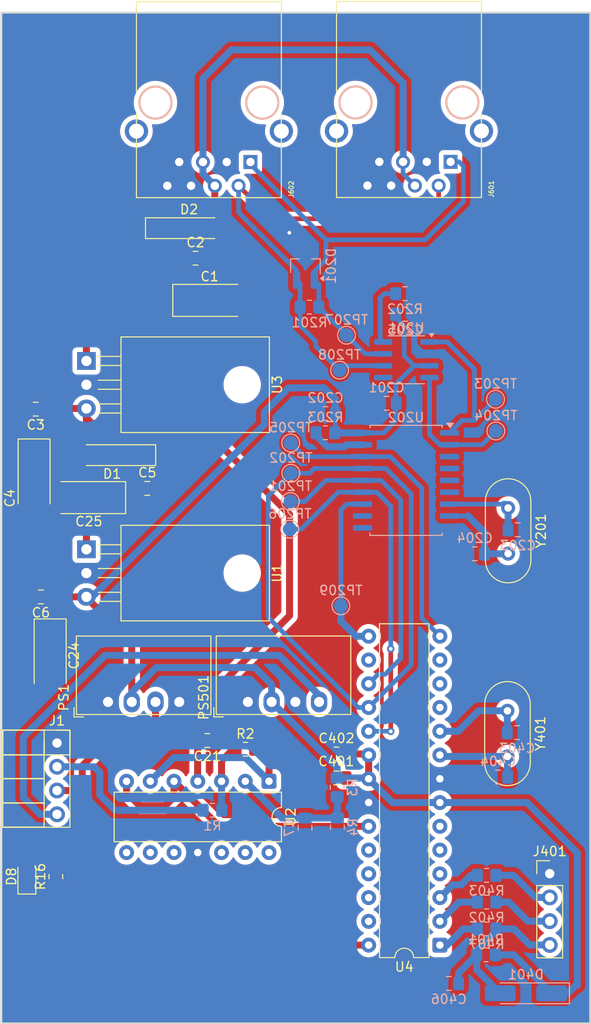
<source format=kicad_pcb>
(kicad_pcb (version 20241229) (generator "pcbnew") (generator_version "9.0")
  (layers (0 "F.Cu" signal) (2 "B.Cu" signal) (13 "F.Paste" user) (15 "B.Paste" user) (5 "F.SilkS" user "F.Silkscreen") (7 "B.SilkS" user "B.Silkscreen") (1 "F.Mask" user) (3 "B.Mask" user) (25 "Edge.Cuts" user))
  (net 0 "")
  (net 1 "Net-(D2-K)")
  (net 2 "GND")
  (net 3 "+12V")
  (net 4 "Net-(D1-K)")
  (net 5 "+5V")
  (net 6 "+1,67V")
  (net 7 "Net-(U202-OSC2)")
  (net 8 "Net-(U202-OSC1)")
  (net 9 "Net-(U4-XTAL2{slash}PB7)")
  (net 10 "Net-(U4-XTAL1{slash}PB6)")
  (net 11 "/MCU/RESET")
  (net 12 "/CANBUS CONN/CAN_18V")
  (net 13 "/CANBUS CONN/CAN_L")
  (net 14 "/CANBUS CONN/CAN_H")
  (net 15 "Net-(J401-Pin_2)")
  (net 16 "Net-(J401-Pin_3)")
  (net 17 "+15V")
  (net 18 "-15V")
  (net 19 "Net-(U2A-+)")
  (net 20 "/Analog/OUT")
  (net 21 "/Analog/S")
  (net 22 "Net-(U201-STBY)")
  (net 23 "Net-(U202-~{RESET})")
  (net 24 "/MCU/USART_RX")
  (net 25 "/MCU/USART_TX")
  (net 26 "Net-(U4-~{RESET}{slash}PC6)")
  (net 27 "/MCU/SPI_MOSI")
  (net 28 "/MCU/SPI_MISO")
  (net 29 "/CANBUS/TXCAN")
  (net 30 "/CANBUS/RXCAN")
  (net 31 "/MCU/MCP_SS")
  (net 32 "/MCU/SPI_SCK")
  (net 33 "/MCU/MCP_INT")
  (net 44 "Net-(D8-A)")
  (net 53 "Net-(U2B--)")
  (net 54 "Net-(U4-PC5)")
  (footprint "Crystal:Crystal_HC49-U_Vertical" (layer "F.Cu") (at 184.16 94.22 -90)
    (property "Reference" "Y401")
    (property "Value" "16MHz")
  )
  (footprint "Package_TO_SOT_THT:TO-220-3_Horizontal_TabDown" (layer "F.Cu") (at 139.12 56.825 -90)
    (property "Reference" "U3")
    (property "Value" "LM7812_TO220")
  )
  (footprint "Capacitor_SMD:C_0805_2012Metric_Pad1.18x1.45mm_HandSolder" (layer "F.Cu") (at 165.85 101.4 180)
    (property "Reference" "C401")
    (property "Value" "100nF")
  )
  (footprint "Converter_DCDC:Converter_DCDC_Murata_MEE3SxxxxSC_THT" (layer "F.Cu") (at 156.3925 93.2725 90)
    (property "Reference" "PS501")
    (property "Value" "PDSE1-S5-S24-S")
  )
  (footprint "KicadZeniteSolarLibrary18:RJ45_YH59_01" (layer "F.Cu") (at 156.67 35.554 180)
    (property "Reference" "J602")
    (property "Value" "RJ45")
  )
  (footprint "Crystal:Crystal_HC49-U_Vertical" (layer "F.Cu") (at 184.23 72.54 -90)
    (property "Reference" "Y201")
    (property "Value" "16MHz")
  )
  (footprint "Resistor_SMD:R_0805_2012Metric_Pad1.20x1.40mm_HandSolder" (layer "F.Cu") (at 135.85 111.95 90)
    (property "Reference" "R16")
    (property "Value" "330")
  )
  (footprint "Capacitor_SMD:C_0805_2012Metric_Pad1.18x1.45mm_HandSolder" (layer "F.Cu") (at 152.05 97.4 180)
    (property "Reference" "C21")
    (property "Value" "100nF")
  )
  (footprint "LED_SMD:LED_0805_2012Metric_Pad1.15x1.40mm_HandSolder" (layer "F.Cu") (at 132.75 111.95 90)
    (property "Reference" "D8")
    (property "Value" "LED_RED")
  )
  (footprint "Capacitor_Tantalum_SMD:CP_EIA-6032-15_Kemet-U_HandSolder" (layer "F.Cu") (at 139.3775 71.435 180)
    (property "Reference" "C25")
    (property "Value" "1uF")
  )
  (footprint "Capacitor_SMD:C_0805_2012Metric_Pad1.18x1.45mm_HandSolder" (layer "F.Cu") (at 150.79 45.84)
    (property "Reference" "C2")
    (property "Value" "100nF")
  )
  (footprint "Diode_SMD:D_MiniMELF_Handsoldering" (layer "F.Cu") (at 150.1 42.63)
    (property "Reference" "D2")
    (property "Value" "LL4148")
  )
  (footprint "KicadZeniteSolarLibrary18:RJ45_YH59_01" (layer "F.Cu") (at 178.075 35.536 180)
    (property "Reference" "J601")
    (property "Value" "RJ45")
  )
  (footprint "Capacitor_SMD:C_0805_2012Metric_Pad1.18x1.45mm_HandSolder" (layer "F.Cu") (at 133.6975 61.975 180)
    (property "Reference" "C3")
    (property "Value" "100nF")
  )
  (footprint "Package_DIP:DIP-14_W7.62mm" (layer "F.Cu") (at 158.6525 101.755 -90)
    (property "Reference" "U2")
    (property "Value" "LM324")
  )
  (footprint "Resistor_SMD:R_0805_2012Metric_Pad1.20x1.40mm_HandSolder" (layer "F.Cu") (at 156.1225 98.335)
    (property "Reference" "R2")
    (property "Value" "10k")
  )
  (footprint "Converter_DCDC:Converter_DCDC_Murata_MEE3SxxxxSC_THT" (layer "F.Cu") (at 141.43 93.275 90)
    (property "Reference" "PS1")
    (property "Value" "PDSE1-S5-S24-S")
  )
  (footprint "Capacitor_Tantalum_SMD:CP_EIA-6032-15_Kemet-U_HandSolder" (layer "F.Cu") (at 152.3 50.35)
    (property "Reference" "C1")
    (property "Value" "1uF")
  )
  (footprint "Capacitor_SMD:C_0805_2012Metric_Pad1.18x1.45mm_HandSolder" (layer "F.Cu") (at 145.63 70.445)
    (property "Reference" "C5")
    (property "Value" "100nF")
  )
  (footprint "Package_DIP:DIP-28_W7.62mm" (layer "F.Cu") (at 176.93 119.27 180)
    (property "Reference" "U4")
    (property "Value" "ATmega328P-P")
  )
  (footprint "Package_TO_SOT_THT:TO-220-3_Horizontal_TabDown" (layer "F.Cu") (at 139.12 76.96 -90)
    (property "Reference" "U1")
    (property "Value" "LM7805")
  )
  (footprint "Capacitor_Tantalum_SMD:CP_EIA-6032-15_Kemet-U_HandSolder" (layer "F.Cu") (at 135.24 88.34 -90)
    (property "Reference" "C24")
    (property "Value" "1uF")
  )
  (footprint "Capacitor_SMD:C_0805_2012Metric_Pad1.18x1.45mm_HandSolder" (layer "F.Cu") (at 134.25 82.05 180)
    (property "Reference" "C6")
    (property "Value" "100nF")
  )
  (footprint "Connector_PinHeader_2.54mm:PinHeader_1x04_P2.54mm_Vertical" (layer "F.Cu") (at 188.68 111.63)
    (property "Reference" "J401")
    (property "Value" "USART")
  )
  (footprint "Connector_PinHeader_2.54mm:PinHeader_1x04_P2.54mm_Vertical" (layer "F.Cu") (at 135.975 97.665)
    (property "Reference" "J1")
    (property "Value" "Sensor_I")
  )
  (footprint "Capacitor_SMD:C_0805_2012Metric_Pad1.18x1.45mm_HandSolder" (layer "F.Cu") (at 165.87 98.84)
    (property "Reference" "C402")
    (property "Value" "100nF")
  )
  (footprint "Diode_SMD:D_MiniMELF_Handsoldering" (layer "F.Cu") (at 141.8675 66.895 180)
    (property "Reference" "D1")
    (property "Value" "LL4148")
  )
  (footprint "Capacitor_Tantalum_SMD:CP_EIA-6032-15_Kemet-U_HandSolder" (layer "F.Cu") (at 133.52 69.105 -90)
    (property "Reference" "C4")
    (property "Value" "1uF")
  )
  (footprint "TestPoint:TestPoint_Pad_D1.5mm" (layer "B.Cu") (at 182.92 64.31 180)
    (property "Reference" "TP204")
    (property "Value" "RXCAN")
  )
  (footprint "TestPoint:TestPoint_Pad_D1.5mm" (layer "B.Cu") (at 166.2 57.81 180)
    (property "Reference" "TP208")
    (property "Value" "CAN_L")
  )
  (footprint "Resistor_SMD:R_0805_2012Metric_Pad1.20x1.40mm_HandSolder" (layer "B.Cu") (at 162.9775 51.07)
    (property "Reference" "R201")
    (property "Value" "120")
  )
  (footprint "Package_TO_SOT_SMD:SOT-23_Handsoldering" (layer "B.Cu") (at 162.5475 46.67 90)
    (property "Reference" "D201")
    (property "Value" "pesd1can")
  )
  (footprint "Resistor_SMD:R_0805_2012Metric_Pad1.20x1.40mm_HandSolder" (layer "B.Cu") (at 165.96625 106.665 90)
    (property "Reference" "R4")
    (property "Value" "10k")
  )
  (footprint "Capacitor_SMD:C_0805_2012Metric_Pad1.18x1.45mm_HandSolder" (layer "B.Cu") (at 185.2625 74.87)
    (property "Reference" "C203")
    (property "Value" "22pF")
  )
  (footprint "Capacitor_SMD:C_0805_2012Metric_Pad1.18x1.45mm_HandSolder" (layer "B.Cu") (at 177.89 123.37)
    (property "Reference" "C406")
    (property "Value" "10nF")
  )
  (footprint "TestPoint:TestPoint_Pad_D1.5mm" (layer "B.Cu") (at 160.88 74.81 180)
    (property "Reference" "TP206")
    (property "Value" "SCK")
  )
  (footprint "Resistor_SMD:R_0805_2012Metric_Pad1.20x1.40mm_HandSolder" (layer "B.Cu") (at 164.69 64.5 180)
    (property "Reference" "R203")
    (property "Value" "10k")
  )
  (footprint "TestPoint:TestPoint_Pad_D1.5mm" (layer "B.Cu") (at 166.34 83 180)
    (property "Reference" "TP209")
    (property "Value" "INT")
  )
  (footprint "Resistor_SMD:R_0805_2012Metric_Pad1.20x1.40mm_HandSolder" (layer "B.Cu") (at 165.93625 102.405 90)
    (property "Reference" "R3")
    (property "Value" "10k")
  )
  (footprint "Resistor_SMD:R_0805_2012Metric_Pad1.20x1.40mm_HandSolder" (layer "B.Cu") (at 181.93 117.54)
    (property "Reference" "R407")
    (property "Value" "100R")
  )
  (footprint "Resistor_SMD:R_0805_2012Metric_Pad1.20x1.40mm_HandSolder" (layer "B.Cu") (at 181.93 114.67)
    (property "Reference" "R402")
    (property "Value" "100R")
  )
  (footprint "TestPoint:TestPoint_Pad_D1.5mm" (layer "B.Cu") (at 160.94 71.85 180)
    (property "Reference" "TP201")
    (property "Value" "SI")
  )
  (footprint "TestPoint:TestPoint_Pad_D1.5mm" (layer "B.Cu") (at 166.94 54.07 180)
    (property "Reference" "TP207")
    (property "Value" "CAN_H")
  )
  (footprint "Resistor_SMD:R_0805_2012Metric_Pad1.20x1.40mm_HandSolder" (layer "B.Cu") (at 152.6 104.85)
    (property "Reference" "R1")
    (property "Value" "20k")
  )
  (footprint "TestPoint:TestPoint_Pad_D1.5mm" (layer "B.Cu") (at 182.88 60.92 180)
    (property "Reference" "TP203")
    (property "Value" "TXCAN")
  )
  (footprint "Package_SO:SOIC-18W_7.5x11.6mm_P1.27mm" (layer "B.Cu") (at 173.31 69.59 180)
    (property "Reference" "U202")
    (property "Value" "MCP2515-xSO")
  )
  (footprint "Resistor_SMD:R_0805_2012Metric_Pad1.20x1.40mm_HandSolder" (layer "B.Cu") (at 181.93 111.81)
    (property "Reference" "R403")
    (property "Value" "100R")
  )
  (footprint "Capacitor_SMD:C_0805_2012Metric_Pad1.18x1.45mm_HandSolder" (layer "B.Cu") (at 173.23 51.84)
    (property "Reference" "C205")
    (property "Value" "100nF")
  )
  (footprint "Capacitor_SMD:C_0805_2012Metric_Pad1.18x1.45mm_HandSolder" (layer "B.Cu") (at 171.225 61.35 180)
    (property "Reference" "C201")
    (property "Value" "100nF")
  )
  (footprint "TestPoint:TestPoint_Pad_D1.5mm" (layer "B.Cu") (at 160.99 68.83 180)
    (property "Reference" "TP202")
    (property "Value" "SO")
  )
  (footprint "Capacitor_SMD:C_0805_2012Metric_Pad1.18x1.45mm_HandSolder" (layer "B.Cu") (at 164.7 62.45 180)
    (property "Reference" "C202")
    (property "Value" "100nF")
  )
  (footprint "Resistor_SMD:R_0805_2012Metric_Pad1.20x1.40mm_HandSolder" (layer "B.Cu") (at 181.87 120.31 180)
    (property "Reference" "R401")
    (property "Value" "10k")
  )
  (footprint "Resistor_SMD:R_0805_2012Metric_Pad1.20x1.40mm_HandSolder" (layer "B.Cu") (at 173.2 49.63)
    (property "Reference" "R202")
    (property "Value" "4k7")
  )
  (footprint "Diode_SMD:D_MiniMELF_Handsoldering" (layer "B.Cu") (at 186.13 124.42 180)
    (property "Reference" "D401")
    (property "Value" "LL4148")
  )
  (footprint "Capacitor_SMD:C_0805_2012Metric_Pad1.18x1.45mm_HandSolder" (layer "B.Cu") (at 185.18 96.55)
    (property "Reference" "C403")
    (property "Value" "22pF")
  )
  (footprint "Package_SO:SOIC-8_3.9x4.9mm_P1.27mm" (layer "B.Cu") (at 173.34 56.7 180)
    (property "Reference" "U201")
    (property "Value" "MCP2551-I/SN")
  )
  (footprint "TestPoint:TestPoint_Pad_D1.5mm" (layer "B.Cu") (at 160.97 65.59 180)
    (property "Reference" "TP205")
    (property "Value" "SC")
  )
  (footprint "Capacitor_SMD:C_0805_2012Metric_Pad1.18x1.45mm_HandSolder" (layer "B.Cu") (at 162.50625 106.725 -90)
    (property "Reference" "C7")
    (property "Value" "100nF")
  )
  (footprint "Capacitor_SMD:C_0805_2012Metric_Pad1.18x1.45mm_HandSolder" (layer "B.Cu") (at 180.66 77.44 180)
    (property "Reference" "C204")
    (property "Value" "22pF")
  )
  (footprint "Capacitor_SMD:C_0805_2012Metric_Pad1.18x1.45mm_HandSolder" (layer "B.Cu") (at 183.15 101.3 180)
    (property "Reference" "C404")
    (property "Value" "22pF")
  )
  (gr_line (start 130.15 106.665) (end 130.175 96.3) (stroke (width 0.15)) (layer "F.SilkS"))
  (gr_line (start 134.6 104.075) (end 129.955 104.075) (stroke (width 0.15)) (layer "F.SilkS"))
  (gr_line (start 137.355 98.935) (end 137.355 96.3) (stroke (width 0.15)) (layer "F.SilkS"))
  (gr_line (start 134.595 98.935) (end 134.595 97.665) (stroke (width 0.15)) (layer "F.SilkS"))
  (gr_line (start 134.595 106.665) (end 129.95 106.665) (stroke (width 0.15)) (layer "F.SilkS"))
  (gr_line (start 135.975 96.285) (end 137.355 96.3) (stroke (width 0.15)) (layer "F.SilkS"))
  (gr_line (start 134.595 98.935) (end 129.95 98.935) (stroke (width 0.15)) (layer "F.SilkS"))
  (gr_line (start 134.595 101.475) (end 129.95 101.475) (stroke (width 0.15)) (layer "F.SilkS"))
  (gr_line (start 134.595 96.285) (end 129.95 96.285) (stroke (width 0.15)) (layer "F.SilkS"))
  (gr_rect (start 130.025 19.6) (end 193 127.625) (stroke (width 0.2)) (fill no) (layer "Edge.Cuts"))
  (segment (start 149.7525 45.0325) (end 147.35 42.63) (width 0.75) (layer "F.Cu") (net 1))
  (segment (start 139.12 53.28) (end 142.05 50.35) (width 0.75) (layer "F.Cu") (net 1))
  (segment (start 149.7525 45.84) (end 149.7525 50.34) (width 0.75) (layer "F.Cu") (net 1))
  (segment (start 149.7525 45.84) (end 149.7525 45.0325) (width 0.75) (layer "F.Cu") (net 1))
  (segment (start 149.7525 50.34) (end 149.7425 50.35) (width 0.75) (layer "F.Cu") (net 1))
  (segment (start 139.12 56.825) (end 139.12 53.28) (width 0.75) (layer "F.Cu") (net 1))
  (segment (start 142.05 50.35) (end 149.7425 50.35) (width 0.75) (layer "F.Cu") (net 1))
  (via (at 160.825 43.125) (size 0.8) (drill 0.4) (layers "F.Cu" "B.Cu") (net 2))
  (segment (start 160.825 43.4475) (end 160.825 43.125) (width 0.75) (layer "B.Cu") (net 2))
  (segment (start 162.5475 45.17) (end 160.825 43.4475) (width 0.75) (layer "B.Cu") (net 2))
  (segment (start 175.2559 56.065) (end 174.2675 55.0766) (width 0.5) (layer "B.Cu") (net 2))
  (segment (start 175.815 56.065) (end 175.2559 56.065) (width 0.5) (layer "B.Cu") (net 2))
  (segment (start 174.2675 55.0766) (end 174.2675 51.84) (width 0.5) (layer "B.Cu") (net 2))
  (segment (start 152.925 65.3) (end 141.52 65.3) (width 0.75) (layer "F.Cu") (net 3))
  (segment (start 141.52 65.3) (end 139.12 62.9) (width 0.75) (layer "F.Cu") (net 3))
  (segment (start 134.805 61.905) (end 134.735 61.975) (width 0.75) (layer "F.Cu") (net 3))
  (segment (start 151.0125 101.735) (end 151.0125 93.8875) (width 0.75) (layer "F.Cu") (net 3))
  (segment (start 139.12 66.8925) (end 139.1175 66.895) (width 0.75) (layer "F.Cu") (net 3))
  (segment (start 139.1175 66.895) (end 133.8675 66.895) (width 0.75) (layer "F.Cu") (net 3))
  (segment (start 151.0325 101.755) (end 151.0125 101.735) (width 0.75) (layer "F.Cu") (net 3))
  (segment (start 151.0125 93.8875) (end 160.85 84.05) (width 0.75) (layer "F.Cu") (net 3))
  (segment (start 133.8675 66.895) (end 133.52 66.5475) (width 0.75) (layer "F.Cu") (net 3))
  (segment (start 139.12 61.905) (end 134.805 61.905) (width 0.75) (layer "F.Cu") (net 3))
  (segment (start 160.85 73.225) (end 152.925 65.3) (width 0.75) (layer "F.Cu") (net 3))
  (segment (start 139.12 62.9) (end 139.12 66.8925) (width 0.75) (layer "F.Cu") (net 3))
  (segment (start 160.85 84.05) (end 160.85 73.225) (width 0.75) (layer "F.Cu") (net 3))
  (segment (start 139.12 61.905) (end 139.12 62.9) (width 0.75) (layer "F.Cu") (net 3))
  (segment (start 151.075 101.7975) (end 151.0325 101.755) (width 0.75) (layer "B.Cu") (net 3))
  (segment (start 142.925 70.445) (end 141.935 71.435) (width 0.75) (layer "F.Cu") (net 4))
  (segment (start 141.935 71.815) (end 139.12 74.63) (width 0.75) (layer "F.Cu") (net 4))
  (segment (start 141.935 71.435) (end 141.935 71.815) (width 0.75) (layer "F.Cu") (net 4))
  (segment (start 139.12 76.96) (end 139.12 74.63) (width 0.75) (layer "F.Cu") (net 4))
  (segment (start 144.5925 70.445) (end 142.925 70.445) (width 0.75) (layer "F.Cu") (net 4))
  (segment (start 144.6175 70.42) (end 144.5925 70.445) (width 0.75) (layer "F.Cu") (net 4))
  (segment (start 144.6175 66.895) (end 144.6175 70.42) (width 0.75) (layer "F.Cu") (net 4))
  (segment (start 169.22 101.4) (end 169.31 101.49) (width 0.75) (layer "F.Cu") (net 5))
  (segment (start 169.2 98.84) (end 169.31 98.95) (width 0.75) (layer "F.Cu") (net 5))
  (segment (start 139.12 82.12) (end 143.97 86.97) (width 0.75) (layer "F.Cu") (net 5))
  (segment (start 139.12 82.04) (end 135.2975 82.04) (width 0.75) (layer "F.Cu") (net 5))
  (segment (start 169.31 98.95) (end 169.31 101.49) (width 0.75) (layer "F.Cu") (net 5))
  (segment (start 166.8875 101.4) (end 169.22 101.4) (width 0.75) (layer "F.Cu") (net 5))
  (segment (start 143.97 86.97) (end 143.97 93.275) (width 0.75) (layer "F.Cu") (net 5))
  (segment (start 166.9075 98.84) (end 169.2 98.84) (width 0.75) (layer "F.Cu") (net 5))
  (segment (start 135.2875 86.96) (end 135.24 87.0075) (width 0.75) (layer "F.Cu") (net 5))
  (segment (start 135.2975 83.265) (end 135.2875 83.275) (width 0.75) (layer "F.Cu") (net 5))
  (segment (start 135.2875 82.05) (end 135.2875 85.735) (width 0.75) (layer "F.Cu") (net 5))
  (segment (start 139.12 82.04) (end 139.12 82.12) (width 0.75) (layer "F.Cu") (net 5))
  (segment (start 168.66 64.51) (end 165.7 64.51) (width 0.75) (layer "B.Cu") (net 5))
  (segment (start 139.12 82.04) (end 139.735 82.04) (width 0.75) (layer "B.Cu") (net 5))
  (segment (start 143.97 92.23) (end 143.97 93.275) (width 0.75) (layer "B.Cu") (net 5))
  (segment (start 186.5 121.975) (end 184.835 120.31) (width 0.75) (layer "B.Cu") (net 5))
  (segment (start 176.93 104.03) (end 186.255 104.03) (width 0.75) (layer "B.Cu") (net 5))
  (segment (start 172.2325 59.2925) (end 174.19 57.335) (width 0.5) (layer "B.Cu") (net 5))
  (segment (start 172.1925 51.84) (end 172.1925 52.1675) (width 0.5) (layer "B.Cu") (net 5))
  (segment (start 172.2325 63.1925) (end 170.915 64.51) (width 0.5) (layer "B.Cu") (net 5))
  (segment (start 158.15 63.625) (end 158.15 62.3) (width 0.75) (layer "B.Cu") (net 5))
  (segment (start 164.55 59.7) (end 165.7375 60.8875) (width 0.75) (layer "B.Cu") (net 5))
  (segment (start 191.625 123.55) (end 191.475 123.55) (width 0.75) (layer "B.Cu") (net 5))
  (segment (start 190.605 124.42) (end 188.88 124.42) (width 0.75) (layer "B.Cu") (net 5))
  (segment (start 191.625 109.4) (end 191.625 123.55) (width 0.75) (layer "B.Cu") (net 5))
  (segment (start 165.7 64.51) (end 165.69 64.5) (width 0.75) (layer "B.Cu") (net 5))
  (segment (start 160.75 59.7) (end 164.55 59.7) (width 0.75) (layer "B.Cu") (net 5))
  (segment (start 176.93 104.03) (end 171.85 104.03) (width 0.75) (layer "B.Cu") (net 5))
  (segment (start 158.15 62.3) (end 160.75 59.7) (width 0.75) (layer "B.Cu") (net 5))
  (segment (start 174.19 57.335) (end 175.815 57.335) (width 0.5) (layer "B.Cu") (net 5))
  (segment (start 165.7375 60.8875) (end 165.7375 62.45) (width 0.75) (layer "B.Cu") (net 5))
  (segment (start 169.225 101.405) (end 169.31 101.49) (width 0.75) (layer "B.Cu") (net 5))
  (segment (start 171.85 104.03) (end 169.31 101.49) (width 0.75) (layer "B.Cu") (net 5))
  (segment (start 165.7375 64.4525) (end 165.69 64.5) (width 0.5) (layer "B.Cu") (net 5))
  (segment (start 172.1925 52.1675) (end 173.125 53.1) (width 0.5) (layer "B.Cu") (net 5))
  (segment (start 146.6 89.6) (end 143.97 92.23) (width 0.75) (layer "B.Cu") (net 5))
  (segment (start 186.5 122.04) (end 186.5 121.975) (width 0.75) (layer "B.Cu") (net 5))
  (segment (start 186.255 104.03) (end 191.625 109.4) (width 0.75) (layer "B.Cu") (net 5))
  (segment (start 191.475 123.55) (end 190.605 124.42) (width 0.75) (layer "B.Cu") (net 5))
  (segment (start 165.7375 62.45) (end 165.7375 64.4525) (width 0.5) (layer "B.Cu") (net 5))
  (segment (start 158.9325 93.2725) (end 158.9325 91.3975) (width 0.75) (layer "B.Cu") (net 5))
  (segment (start 157.135 89.6) (end 146.6 89.6) (width 0.75) (layer "B.Cu") (net 5))
  (segment (start 165.93625 100.27625) (end 165.93625 101.405) (width 0.75) (layer "B.Cu") (net 5))
  (segment (start 172.2325 61.68) (end 172.2325 63.1925) (width 0.5) (layer "B.Cu") (net 5))
  (segment (start 188.88 124.42) (end 186.5 122.04) (width 0.75) (layer "B.Cu") (net 5))
  (segment (start 172.2325 61.68) (end 172.2325 59.2925) (width 0.5) (layer "B.Cu") (net 5))
  (segment (start 184.835 120.31) (end 182.87 120.31) (width 0.75) (layer "B.Cu") (net 5))
  (segment (start 158.9325 93.2725) (end 165.93625 100.27625) (width 0.75) (layer "B.Cu") (net 5))
  (segment (start 158.9325 91.3975) (end 157.135 89.6) (width 0.75) (layer "B.Cu") (net 5))
  (segment (start 170.915 64.51) (end 168.66 64.51) (width 0.5) (layer "B.Cu") (net 5))
  (segment (start 173.125 53.1) (end 173.125 56.27) (width 0.5) (layer "B.Cu") (net 5))
  (segment (start 173.125 56.27) (end 174.19 57.335) (width 0.5) (layer "B.Cu") (net 5))
  (segment (start 139.735 82.04) (end 158.15 63.625) (width 0.75) (layer "B.Cu") (net 5))
  (segment (start 165.93625 101.405) (end 169.225 101.405) (width 0.75) (layer "B.Cu") (net 5))
  (segment (start 165.96625 105.665) (end 165.96625 103.435) (width 0.75) (layer "B.Cu") (net 6))
  (segment (start 165.96625 103.435) (end 165.93625 103.405) (width 0.75) (layer "B.Cu") (net 6))
  (segment (start 162.50625 105.6875) (end 160.045 105.6875) (width 0.75) (layer "B.Cu") (net 6))
  (segment (start 165.94375 105.6875) (end 165.96625 105.665) (width 0.75) (layer "B.Cu") (net 6))
  (segment (start 160.045 105.6875) (end 156.1125 101.755) (width 0.75) (layer "B.Cu") (net 6))
  (segment (start 162.50625 105.6875) (end 165.94375 105.6875) (width 0.75) (layer "B.Cu") (net 6))
  (segment (start 184.23 72.54) (end 183.82 72.13) (width 0.75) (layer "B.Cu") (net 7))
  (segment (start 183.82 72.13) (end 177.96 72.13) (width 0.5) (layer "B.Cu") (net 7))
  (segment (start 184.225 74.87) (end 184.225 72.545) (width 0.75) (layer "B.Cu") (net 7))
  (segment (start 184.225 72.545) (end 184.23 72.54) (width 0.75) (layer "B.Cu") (net 7))
  (segment (start 184.21 77.44) (end 184.23 77.42) (width 0.75) (layer "B.Cu") (net 8))
  (segment (start 181.6975 77.44) (end 181.6975 75.1475) (width 0.75) (layer "B.Cu") (net 8))
  (segment (start 181.6975 75.1475) (end 179.95 73.4) (width 0.75) (layer "B.Cu") (net 8))
  (segment (start 179.95 73.4) (end 177.96 73.4) (width 0.5) (layer "B.Cu") (net 8))
  (segment (start 181.6975 77.44) (end 184.21 77.44) (width 0.75) (layer "B.Cu") (net 8))
  (segment (start 184.1425 94.2375) (end 184.16 94.22) (width 0.75) (layer "B.Cu") (net 9))
  (segment (start 184.1425 96.55) (end 184.1425 94.2375) (width 0.75) (layer "B.Cu") (net 9))
  (segment (start 181.08 94.22) (end 178.89 96.41) (width 0.75) (layer "B.Cu") (net 9))
  (segment (start 184.16 94.22) (end 181.08 94.22) (width 0.75) (layer "B.Cu") (net 9))
  (segment (start 178.89 96.41) (end 176.93 96.41) (width 0.75) (layer "B.Cu") (net 9))
  (segment (start 184.16 99.1) (end 184.16 101.2725) (width 0.75) (layer "B.Cu") (net 10))
  (segment (start 184.16 101.2725) (end 184.1875 101.3) (width 0.75) (layer "B.Cu") (net 10))
  (segment (start 177.08 99.1) (end 176.93 98.95) (width 0.75) (layer "B.Cu") (net 10))
  (segment (start 184.16 99.1) (end 177.08 99.1) (width 0.75) (layer "B.Cu") (net 10))
  (segment (start 186.55 119.25) (end 188.68 119.25) (width 0.75) (layer "B.Cu") (net 11))
  (segment (start 182.93 117.77) (end 180.87 119.83) (width 0.75) (layer "B.Cu") (net 11))
  (segment (start 184.84 117.54) (end 186.55 119.25) (width 0.75) (layer "B.Cu") (net 11))
  (segment (start 182.93 117.54) (end 182.93 117.77) (width 0.75) (layer "B.Cu") (net 11))
  (segment (start 178.9275 123.37) (end 178.9275 122.2525) (width 0.75) (layer "B.Cu") (net 11))
  (segment (start 182.93 117.54) (end 184.84 117.54) (width 0.75) (layer "B.Cu") (net 11))
  (segment (start 180.87 120.31) (end 180.87 121.91) (width 0.75) (layer "B.Cu") (net 11))
  (segment (start 178.9275 122.2525) (end 180.87 120.31) (width 0.75) (layer "B.Cu") (net 11))
  (segment (start 180.87 119.83) (end 180.87 120.31) (width 0.75) (layer "B.Cu") (net 11))
  (segment (start 180.87 121.91) (end 183.38 124.42) (width 0.75) (layer "B.Cu") (net 11))
  (segment (start 152.855 38.098) (end 152.855 42.625) (width 0.75) (layer "F.Cu") (net 12))
  (segment (start 152.855 42.625) (end 152.85 42.63) (width 0.25) (layer "F.Cu") (net 12))
  (segment (start 151.585 26.61) (end 151.585 35.558) (width 0.75) (layer "B.Cu") (net 12))
  (segment (start 172.99 35.54) (end 173 35.53) (width 0.5) (layer "B.Cu") (net 12))
  (segment (start 151.585 35.558) (end 151.585 36.828) (width 0.75) (layer "B.Cu") (net 12))
  (segment (start 151.585 36.828) (end 152.855 38.098) (width 0.75) (layer "B.Cu") (net 12))
  (segment (start 173 35.53) (end 173 27.125) (width 0.75) (layer "B.Cu") (net 12))
  (segment (start 172.99 35.54) (end 172.99 36.81) (width 0.5) (layer "B.Cu") (net 12))
  (segment (start 169.45 23.575) (end 154.625 23.575) (width 0.75) (layer "B.Cu") (net 12))
  (segment (start 154.625 23.575) (end 151.5875 26.6125) (width 0.75) (layer "B.Cu") (net 12))
  (segment (start 173 27.125) (end 169.45 23.575) (width 0.75) (layer "B.Cu") (net 12))
  (segment (start 151.5875 26.6125) (end 151.585 26.61) (width 0.5) (layer "B.Cu") (net 12))
  (segment (start 172.99 36.81) (end 174.26 38.08) (width 0.5) (layer "B.Cu") (net 12))
  (segment (start 158.922 41.625) (end 174.725 41.625) (width 0.5) (layer "F.Cu") (net 13))
  (segment (start 176.8 39.55) (end 176.8 38.08) (width 0.5) (layer "F.Cu") (net 13))
  (segment (start 155.395 38.098) (end 158.922 41.625) (width 0.5) (layer "F.Cu") (net 13))
  (segment (start 174.725 41.625) (end 176.8 39.55) (width 0.5) (layer "F.Cu") (net 13))
  (segment (start 170.865 57.335) (end 166.675 57.335) (width 0.5) (layer "B.Cu") (net 13))
  (segment (start 161.9775 48.55) (end 161.5975 48.17) (width 0.5) (layer "B.Cu") (net 13))
  (segment (start 163.65 55.26) (end 163.65 54.725) (width 0.5) (layer "B.Cu") (net 13))
  (segment (start 166.675 57.335) (end 166.2 57.81) (width 0.5) (layer "B.Cu") (net 13))
  (segment (start 161.9775 53.0525) (end 161.9775 51.07) (width 0.5) (layer "B.Cu") (net 13))
  (segment (start 161.5975 47.1475) (end 155.395 40.945) (width 0.5) (layer "B.Cu") (net 13))
  (segment (start 166.2 57.81) (end 163.65 55.26) (width 0.5) (layer "B.Cu") (net 13))
  (segment (start 163.65 54.725) (end 161.9775 53.0525) (width 0.5) (layer "B.Cu") (net 13))
  (segment (start 155.395 40.945) (end 155.395 38.098) (width 0.5) (layer "B.Cu") (net 13))
  (segment (start 161.5975 48.17) (end 161.5975 47.1475) (width 0.5) (layer "B.Cu") (net 13))
  (segment (start 161.9775 51.07) (end 161.9775 48.55) (width 0.5) (layer "B.Cu") (net 13))
  (segment (start 179.45 36) (end 178.99 35.54) (width 0.5) (layer "B.Cu") (net 14))
  (segment (start 166.94 54.07) (end 166.94 54.0325) (width 0.5) (layer "B.Cu") (net 14))
  (segment (start 163.4975 48.17) (end 163.4975 47.2525) (width 0.5) (layer "B.Cu") (net 14))
  (segment (start 164.75 46) (end 164.75 43.875) (width 0.5) (layer "B.Cu") (net 14))
  (segment (start 163.9775 51.07) (end 163.9775 48.65) (width 0.5) (layer "B.Cu") (net 14))
  (segment (start 163.4975 47.2525) (end 164.75 46) (width 0.5) (layer "B.Cu") (net 14))
  (segment (start 163.9775 48.65) (end 163.4975 48.17) (width 0.5) (layer "B.Cu") (net 14))
  (segment (start 166.94 54.0325) (end 163.9775 51.07) (width 0.5) (layer "B.Cu") (net 14))
  (segment (start 175.35 43.875) (end 179.45 39.775) (width 0.5) (layer "B.Cu") (net 14))
  (segment (start 168.935 56.065) (end 166.94 54.07) (width 0.5) (layer "B.Cu") (net 14))
  (segment (start 170.865 56.065) (end 168.935 56.065) (width 0.5) (layer "B.Cu") (net 14))
  (segment (start 179.45 39.775) (end 179.45 36) (width 0.5) (layer "B.Cu") (net 14))
  (segment (start 164.75 43.875) (end 156.665 35.79) (width 0.5) (layer "B.Cu") (net 14))
  (segment (start 164.75 43.875) (end 175.35 43.875) (width 0.5) (layer "B.Cu") (net 14))
  (segment (start 178.99 35.54) (end 178.07 35.54) (width 0.5) (layer "B.Cu") (net 14))
  (segment (start 156.665 35.79) (end 156.665 35.558) (width 0.5) (layer "B.Cu") (net 14))
  (segment (start 188.68 114.17) (end 187.17 114.17) (width 0.75) (layer "B.Cu") (net 15))
  (segment (start 187.17 114.17) (end 184.81 111.81) (width 0.75) (layer "B.Cu") (net 15))
  (segment (start 184.81 111.81) (end 182.93 111.81) (width 0.75) (layer "B.Cu") (net 15))
  (segment (start 182.93 114.67) (end 184.295 114.67) (width 0.75) (layer "B.Cu") (net 16))
  (segment (start 184.295 114.67) (end 186.335 116.71) (width 0.75) (layer "B.Cu") (net 16))
  (segment (start 186.335 116.71) (end 188.68 116.71) (width 0.75) (layer "B.Cu") (net 16))
  (segment (start 134.185 105.285) (end 135.975 105.285) (width 0.75) (layer "B.Cu") (net 17))
  (segment (start 164.0125 92.5625) (end 159.749 88.299) (width 0.75) (layer "B.Cu") (net 17))
  (segment (start 159.749 88.299) (end 141.101 88.299) (width 0.75) (layer "B.Cu") (net 17))
  (segment (start 141.101 88.299) (end 132.375 97.025) (width 0.75) (layer "B.Cu") (net 17))
  (segment (start 164.0125 93.2725) (end 164.0125 92.5625) (width 0.75) (layer "B.Cu") (net 17))
  (segment (start 132.375 97.025) (end 132.375 103.475) (width 0.75) (layer "B.Cu") (net 17))
  (segment (start 132.375 103.475) (end 134.185 105.285) (width 0.75) (layer "B.Cu") (net 17))
  (segment (start 138.255 102.745) (end 135.975 102.745) (width 0.75) (layer "F.Cu") (net 18))
  (segment (start 146.51 95.015) (end 143.25 98.275) (width 0.75) (layer "F.Cu") (net 18))
  (segment (start 138.675 100.1) (end 138.675 102.325) (width 0.75) (layer "F.Cu") (net 18))
  (segment (start 138.675 102.325) (end 138.255 102.745) (width 0.75) (layer "F.Cu") (net 18))
  (segment (start 140.6 98.275) (end 140.55 98.225) (width 0.75) (layer "F.Cu") (net 18))
  (segment (start 146.51 93.275) (end 146.51 95.015) (width 0.75) (layer "F.Cu") (net 18))
  (segment (start 140.55 98.225) (end 138.675 100.1) (width 0.75) (layer "F.Cu") (net 18))
  (segment (start 143.25 98.275) (end 140.6 98.275) (width 0.75) (layer "F.Cu") (net 18))
  (segment (start 154.8075 98.335) (end 153.5725 99.57) (width 0.75) (layer "F.Cu") (net 19))
  (segment (start 153.5725 99.57) (end 153.5725 101.755) (width 0.75) (layer "F.Cu") (net 19))
  (segment (start 155.1225 98.335) (end 154.8075 98.335) (width 0.75) (layer "F.Cu") (net 19))
  (segment (start 153.5725 101.755) (end 153.5725 104.8225) (width 0.75) (layer "B.Cu") (net 19))
  (segment (start 153.5725 104.8225) (end 153.6 104.85) (width 0.75) (layer "B.Cu") (net 19))
  (segment (start 140.55 103.2) (end 142.2 104.85) (width 0.75) (layer "B.Cu") (net 20))
  (segment (start 142.2 104.85) (end 151.6 104.85) (width 0.75) (layer "B.Cu") (net 20))
  (segment (start 139.955 100.205) (end 140.55 100.8) (width 0.75) (layer "B.Cu") (net 20))
  (segment (start 135.975 100.205) (end 139.955 100.205) (width 0.75) (layer "B.Cu") (net 20))
  (segment (start 140.55 100.8) (end 140.55 103.2) (width 0.75) (layer "B.Cu") (net 20))
  (segment (start 148.4925 103.4175) (end 148.4925 101.755) (width 0.75) (layer "F.Cu") (net 21))
  (segment (start 143.4125 102.9625) (end 144.825 104.375) (width 0.75) (layer "F.Cu") (net 21))
  (segment (start 148.5 103.425) (end 148.4925 103.4175) (width 0.75) (layer "F.Cu") (net 21))
  (segment (start 169.31 106.57) (end 153.3075 106.57) (width 0.75) (layer "F.Cu") (net 21))
  (segment (start 143.4125 101.755) (end 143.4125 102.9625) (width 0.75) (layer "F.Cu") (net 21))
  (segment (start 144.825 104.375) (end 147.55 104.375) (width 0.75) (layer "F.Cu") (net 21))
  (segment (start 147.55 104.375) (end 148.5 103.425) (width 0.75) (layer "F.Cu") (net 21))
  (segment (start 153.3075 106.57) (end 148.4925 101.755) (width 0.75) (layer "F.Cu") (net 21))
  (segment (start 170.995 49.63) (end 170.5 50.125) (width 0.5) (layer "B.Cu") (net 22))
  (segment (start 172.2 49.63) (end 170.995 49.63) (width 0.5) (layer "B.Cu") (net 22))
  (segment (start 170.5 50.125) (end 170.55 50.175) (width 0.5) (layer "B.Cu") (net 22))
  (segment (start 170.55 50.175) (end 170.55 54.48) (width 0.5) (layer "B.Cu") (net 22))
  (segment (start 170.55 54.48) (end 170.865 54.795) (width 0.5) (layer "B.Cu") (net 22))
  (segment (start 163.69 64.79) (end 163.69 64.5) (width 0.75) (layer "B.Cu") (net 23))
  (segment (start 166.97 65.78) (end 166.75 66) (width 0.75) (layer "B.Cu") (net 23))
  (segment (start 166.75 66) (end 164.9 66) (width 0.75) (layer "B.Cu") (net 23))
  (segment (start 168.66 65.78) (end 166.97 65.78) (width 0.75) (layer "B.Cu") (net 23))
  (segment (start 164.9 66) (end 163.69 64.79) (width 0.75) (layer "B.Cu") (net 23))
  (segment (start 176.93 116.73) (end 178.985 114.675) (width 0.75) (layer "B.Cu") (net 24))
  (segment (start 179.53 114.67) (end 180.93 114.67) (width 0.75) (layer "B.Cu") (net 24))
  (segment (start 178.985 114.675) (end 179.525 114.675) (width 0.75) (layer "B.Cu") (net 24))
  (segment (start 179.525 114.675) (end 179.53 114.67) (width 0.75) (layer "B.Cu") (net 24))
  (segment (start 176.93 114.19) (end 178.295 112.825) (width 0.75) (layer "B.Cu") (net 25))
  (segment (start 180.24 111.81) (end 180.93 111.81) (width 0.75) (layer "B.Cu") (net 25))
  (segment (start 178.295 112.825) (end 179.225 112.825) (width 0.75) (layer "B.Cu") (net 25))
  (segment (start 179.225 112.825) (end 180.24 111.81) (width 0.75) (layer "B.Cu") (net 25))
  (segment (start 177.705 119.27) (end 179.435 117.54) (width 0.75) (layer "B.Cu") (net 26))
  (segment (start 176.93 119.27) (end 177.705 119.27) (width 0.75) (layer "B.Cu") (net 26))
  (segment (start 179.435 117.54) (end 180.93 117.54) (width 0.75) (layer "B.Cu") (net 26))
  (segment (start 168.66 69.59) (end 164.735 69.59) (width 0.5) (layer "B.Cu") (net 27))
  (segment (start 172.75 71.7) (end 172.75 88.625) (width 0.5) (layer "B.Cu") (net 27))
  (segment (start 168.66 69.59) (end 170.64 69.59) (width 0.5) (layer "B.Cu") (net 27))
  (segment (start 162.475 71.85) (end 160.94 71.85) (width 0.5) (layer "B.Cu") (net 27))
  (segment (start 164.735 69.59) (end 162.475 71.85) (width 0.5) (layer "B.Cu") (net 27))
  (segment (start 172.75 88.625) (end 171.525 89.85) (width 0.5) (layer "B.Cu") (net 27))
  (segment (start 171.075 90.325) (end 170.315 90.325) (width 0.5) (layer "B.Cu") (net 27))
  (segment (start 171.525 89.85) (end 171.525 89.875) (width 0.5) (layer "B.Cu") (net 27))
  (segment (start 170.64 69.59) (end 172.75 71.7) (width 0.5) (layer "B.Cu") (net 27))
  (segment (start 171.525 89.875) (end 171.075 90.325) (width 0.5) (layer "B.Cu") (net 27))
  (segment (start 170.315 90.325) (end 169.31 91.33) (width 0.5) (layer "B.Cu") (net 27))
  (segment (start 173.85 71.025) (end 173.85 89.33) (width 0.5) (layer "B.Cu") (net 28))
  (segment (start 158.575 71.245) (end 160.99 68.83) (width 0.5) (layer "B.Cu") (net 28))
  (segment (start 168.66 68.32) (end 171.145 68.32) (width 0.5) (layer "B.Cu") (net 28))
  (segment (start 166.805 68.32) (end 166.8 68.325) (width 0.5) (layer "B.Cu") (net 28))
  (segment (start 169.31 93.87) (end 168.195 93.87) (width 0.5) (layer "B.Cu") (net 28))
  (segment (start 158.575 84.25) (end 158.575 71.245) (width 0.5) (layer "B.Cu") (net 28))
  (segment (start 166.805 68.32) (end 163.48 68.32) (width 0.5) (layer "B.Cu") (net 28))
  (segment (start 173.85 89.33) (end 169.31 93.87) (width 0.5) (layer "B.Cu") (net 28))
  (segment (start 168.195 93.87) (end 158.575 84.25) (width 0.5) (layer "B.Cu") (net 28))
  (segment (start 162.97 68.83) (end 160.99 68.83) (width 0.5) (layer "B.Cu") (net 28))
  (segment (start 168.66 68.32) (end 166.805 68.32) (width 0.5) (layer "B.Cu") (net 28))
  (segment (start 171.145 68.32) (end 173.85 71.025) (width 0.5) (layer "B.Cu") (net 28))
  (segment (start 163.48 68.32) (end 162.97 68.83) (width 0.5) (layer "B.Cu") (net 28))
  (segment (start 177.72 54.795) (end 175.815 54.795) (width 0.5) (layer "B.Cu") (net 29))
  (segment (start 180.625 63.175) (end 180.625 57.7) (width 0.5) (layer "B.Cu") (net 29))
  (segment (start 179.295 63.175) (end 180.625 63.175) (width 0.5) (layer "B.Cu") (net 29))
  (segment (start 180.625 63.175) (end 182.88 60.92) (width 0.5) (layer "B.Cu") (net 29))
  (segment (start 177.96 64.51) (end 179.295 63.175) (width 0.5) (layer "B.Cu") (net 29))
  (segment (start 180.625 57.7) (end 177.72 54.795) (width 0.5) (layer "B.Cu") (net 29))
  (segment (start 181.45 65.78) (end 182.92 64.31) (width 0.5) (layer "B.Cu") (net 30))
  (segment (start 175.815 64.659999) (end 175.815 58.605) (width 0.5) (layer "B.Cu") (net 30))
  (segment (start 177.96 65.78) (end 181.45 65.78) (width 0.5) (layer "B.Cu") (net 30))
  (segment (start 177.96 65.78) (end 176.935001 65.78) (width 0.5) (layer "B.Cu") (net 30))
  (segment (start 176.935001 65.78) (end 175.815 64.659999) (width 0.5) (layer "B.Cu") (net 30))
  (segment (start 175 70.425) (end 175 84.32) (width 0.5) (layer "B.Cu") (net 31))
  (segment (start 168.66 67.05) (end 171.625 67.05) (width 0.5) (layer "B.Cu") (net 31))
  (segment (start 162.43 67.05) (end 160.97 65.59) (width 0.5) (layer "B.Cu") (net 31))
  (segment (start 171.625 67.05) (end 175 70.425) (width 0.5) (layer "B.Cu") (net 31))
  (segment (start 168.66 67.05) (end 162.43 67.05) (width 0.5) (layer "B.Cu") (net 31))
  (segment (start 175 84.32) (end 176.93 86.25) (width 0.5) (layer "B.Cu") (net 31))
  (segment (start 171.675 96.425) (end 171.675 87.6) (width 0.5) (layer "F.Cu") (net 32))
  (via (at 171.675 87.6) (size 0.8) (drill 0.4) (layers "F.Cu" "B.Cu") (net 32))
  (via (at 171.675 96.425) (size 0.8) (drill 0.4) (layers "F.Cu" "B.Cu") (net 32))
  (segment (start 171.66 96.41) (end 171.675 96.425) (width 0.5) (layer "B.Cu") (net 32))
  (segment (start 171.675 72.35) (end 170.175 70.85) (width 0.5) (layer "B.Cu") (net 32))
  (segment (start 166.05 70.85) (end 162.09 74.81) (width 0.5) (layer "B.Cu") (net 32))
  (segment (start 166.91 70.86) (end 166.9 70.85) (width 0.5) (layer "B.Cu") (net 32))
  (segment (start 162.09 74.81) (end 160.88 74.81) (width 0.5) (layer "B.Cu") (net 32))
  (segment (start 170.165 70.86) (end 168.66 70.86) (width 0.5) (layer "B.Cu") (net 32))
  (segment (start 169.31 96.41) (end 171.66 96.41) (width 0.5) (layer "B.Cu") (net 32))
  (segment (start 170.175 70.85) (end 170.165 70.86) (width 0.5) (layer "B.Cu") (net 32))
  (segment (start 171.675 87.6) (end 171.675 72.35) (width 0.5) (layer "B.Cu") (net 32))
  (segment (start 168.66 70.86) (end 166.91 70.86) (width 0.5) (layer "B.Cu") (net 32))
  (segment (start 166.9 70.85) (end 166.05 70.85) (width 0.5) (layer "B.Cu") (net 32))
  (segment (start 168.66 72.13) (end 166.955 72.13) (width 0.5) (layer "B.Cu") (net 33))
  (segment (start 167.95 86.25) (end 166.34 84.64) (width 0.75) (layer "B.Cu") (net 33))
  (segment (start 166.955 72.13) (end 166.34 72.745) (width 0.5) (layer "B.Cu") (net 33))
  (segment (start 166.34 84.64) (end 166.34 83) (width 0.75) (layer "B.Cu") (net 33))
  (segment (start 169.31 86.25) (end 167.95 86.25) (width 0.75) (layer "B.Cu") (net 33))
  (segment (start 166.34 72.745) (end 166.34 83) (width 0.5) (layer "B.Cu") (net 33))
  (segment (start 135.85 110.95) (end 132.775 110.95) (width 0.75) (layer "F.Cu") (net 44))
  (segment (start 158.6525 99.865) (end 157.1225 98.335) (width 0.75) (layer "F.Cu") (net 53))
  (segment (start 158.6525 101.755) (end 158.6525 99.865) (width 0.75) (layer "F.Cu") (net 53))
  (segment (start 156.1225 99.225) (end 158.6525 101.755) (width 0.75) (layer "B.Cu") (net 53))
  (segment (start 145.9525 101.755) (end 148.4825 99.225) (width 0.75) (layer "B.Cu") (net 53))
  (segment (start 148.4825 99.225) (end 156.1225 99.225) (width 0.75) (layer "B.Cu") (net 53))
  (segment (start 169.31 119.27) (end 142.17 119.27) (width 0.75) (layer "F.Cu") (net 54))
  (segment (start 142.17 119.27) (end 135.85 112.95) (width 0.75) (layer "F.Cu") (net 54))
  (zone (net 2) (net_name "GND") (layers "F.Cu" "B.Cu") (connect_pads yes (clearance 0.5)) (min_thickness 0.25) (fill yes (thermal_gap 0.5) (thermal_bridge_width 0.5))
    (polygon (pts (xy 130.05 19.625) (xy 193 19.6) (xy 193 127.65) (xy 130.025 127.625)))
  )
)
</source>
